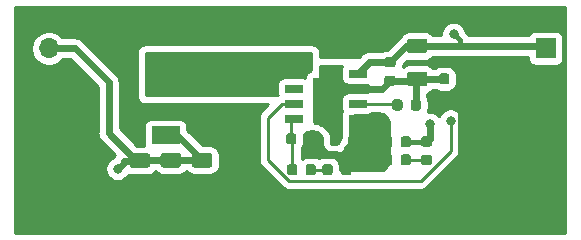
<source format=gbr>
%TF.GenerationSoftware,KiCad,Pcbnew,(5.1.6)-1*%
%TF.CreationDate,2021-05-11T15:15:27+02:00*%
%TF.ProjectId,Buck_Converter,4275636b-5f43-46f6-9e76-65727465722e,rev?*%
%TF.SameCoordinates,Original*%
%TF.FileFunction,Copper,L1,Top*%
%TF.FilePolarity,Positive*%
%FSLAX46Y46*%
G04 Gerber Fmt 4.6, Leading zero omitted, Abs format (unit mm)*
G04 Created by KiCad (PCBNEW (5.1.6)-1) date 2021-05-11 15:15:27*
%MOMM*%
%LPD*%
G01*
G04 APERTURE LIST*
%TA.AperFunction,SMDPad,CuDef*%
%ADD10R,2.300000X2.500000*%
%TD*%
%TA.AperFunction,SMDPad,CuDef*%
%ADD11R,2.200000X3.100000*%
%TD*%
%TA.AperFunction,SMDPad,CuDef*%
%ADD12R,1.525000X0.650000*%
%TD*%
%TA.AperFunction,SMDPad,CuDef*%
%ADD13R,2.400000X1.500000*%
%TD*%
%TA.AperFunction,ComponentPad*%
%ADD14R,1.700000X1.700000*%
%TD*%
%TA.AperFunction,ComponentPad*%
%ADD15O,1.700000X1.700000*%
%TD*%
%TA.AperFunction,ViaPad*%
%ADD16C,0.800000*%
%TD*%
%TA.AperFunction,Conductor*%
%ADD17C,0.600000*%
%TD*%
%TA.AperFunction,Conductor*%
%ADD18C,0.250000*%
%TD*%
%TA.AperFunction,Conductor*%
%ADD19C,0.400000*%
%TD*%
%TA.AperFunction,Conductor*%
%ADD20C,0.254000*%
%TD*%
G04 APERTURE END LIST*
%TO.P,C1,2*%
%TO.N,/VIN*%
%TA.AperFunction,SMDPad,CuDef*%
G36*
G01*
X112605000Y-61845000D02*
X111355000Y-61845000D01*
G75*
G02*
X111105000Y-61595000I0J250000D01*
G01*
X111105000Y-60845000D01*
G75*
G02*
X111355000Y-60595000I250000J0D01*
G01*
X112605000Y-60595000D01*
G75*
G02*
X112855000Y-60845000I0J-250000D01*
G01*
X112855000Y-61595000D01*
G75*
G02*
X112605000Y-61845000I-250000J0D01*
G01*
G37*
%TD.AperFunction*%
%TO.P,C1,1*%
%TO.N,BC_GND*%
%TA.AperFunction,SMDPad,CuDef*%
G36*
G01*
X112605000Y-64645000D02*
X111355000Y-64645000D01*
G75*
G02*
X111105000Y-64395000I0J250000D01*
G01*
X111105000Y-63645000D01*
G75*
G02*
X111355000Y-63395000I250000J0D01*
G01*
X112605000Y-63395000D01*
G75*
G02*
X112855000Y-63645000I0J-250000D01*
G01*
X112855000Y-64395000D01*
G75*
G02*
X112605000Y-64645000I-250000J0D01*
G01*
G37*
%TD.AperFunction*%
%TD*%
%TO.P,C2,2*%
%TO.N,/VIN*%
%TA.AperFunction,SMDPad,CuDef*%
G36*
G01*
X109946250Y-63040000D02*
X109433750Y-63040000D01*
G75*
G02*
X109215000Y-62821250I0J218750D01*
G01*
X109215000Y-62383750D01*
G75*
G02*
X109433750Y-62165000I218750J0D01*
G01*
X109946250Y-62165000D01*
G75*
G02*
X110165000Y-62383750I0J-218750D01*
G01*
X110165000Y-62821250D01*
G75*
G02*
X109946250Y-63040000I-218750J0D01*
G01*
G37*
%TD.AperFunction*%
%TO.P,C2,1*%
%TO.N,BC_GND*%
%TA.AperFunction,SMDPad,CuDef*%
G36*
G01*
X109946250Y-64615000D02*
X109433750Y-64615000D01*
G75*
G02*
X109215000Y-64396250I0J218750D01*
G01*
X109215000Y-63958750D01*
G75*
G02*
X109433750Y-63740000I218750J0D01*
G01*
X109946250Y-63740000D01*
G75*
G02*
X110165000Y-63958750I0J-218750D01*
G01*
X110165000Y-64396250D01*
G75*
G02*
X109946250Y-64615000I-218750J0D01*
G01*
G37*
%TD.AperFunction*%
%TD*%
%TO.P,C3,2*%
%TO.N,Net-(C3-Pad2)*%
%TA.AperFunction,SMDPad,CuDef*%
G36*
G01*
X102458000Y-69344250D02*
X102458000Y-68831750D01*
G75*
G02*
X102676750Y-68613000I218750J0D01*
G01*
X103114250Y-68613000D01*
G75*
G02*
X103333000Y-68831750I0J-218750D01*
G01*
X103333000Y-69344250D01*
G75*
G02*
X103114250Y-69563000I-218750J0D01*
G01*
X102676750Y-69563000D01*
G75*
G02*
X102458000Y-69344250I0J218750D01*
G01*
G37*
%TD.AperFunction*%
%TO.P,C3,1*%
%TO.N,Net-(C3-Pad1)*%
%TA.AperFunction,SMDPad,CuDef*%
G36*
G01*
X100883000Y-69344250D02*
X100883000Y-68831750D01*
G75*
G02*
X101101750Y-68613000I218750J0D01*
G01*
X101539250Y-68613000D01*
G75*
G02*
X101758000Y-68831750I0J-218750D01*
G01*
X101758000Y-69344250D01*
G75*
G02*
X101539250Y-69563000I-218750J0D01*
G01*
X101101750Y-69563000D01*
G75*
G02*
X100883000Y-69344250I0J218750D01*
G01*
G37*
%TD.AperFunction*%
%TD*%
%TO.P,C4,1*%
%TO.N,Net-(C3-Pad1)*%
%TA.AperFunction,SMDPad,CuDef*%
G36*
G01*
X100959200Y-71960450D02*
X100959200Y-71447950D01*
G75*
G02*
X101177950Y-71229200I218750J0D01*
G01*
X101615450Y-71229200D01*
G75*
G02*
X101834200Y-71447950I0J-218750D01*
G01*
X101834200Y-71960450D01*
G75*
G02*
X101615450Y-72179200I-218750J0D01*
G01*
X101177950Y-72179200D01*
G75*
G02*
X100959200Y-71960450I0J218750D01*
G01*
G37*
%TD.AperFunction*%
%TO.P,C4,2*%
%TO.N,Net-(C4-Pad2)*%
%TA.AperFunction,SMDPad,CuDef*%
G36*
G01*
X102534200Y-71960450D02*
X102534200Y-71447950D01*
G75*
G02*
X102752950Y-71229200I218750J0D01*
G01*
X103190450Y-71229200D01*
G75*
G02*
X103409200Y-71447950I0J-218750D01*
G01*
X103409200Y-71960450D01*
G75*
G02*
X103190450Y-72179200I-218750J0D01*
G01*
X102752950Y-72179200D01*
G75*
G02*
X102534200Y-71960450I0J218750D01*
G01*
G37*
%TD.AperFunction*%
%TD*%
%TO.P,C5,1*%
%TO.N,Net-(C3-Pad2)*%
%TA.AperFunction,SMDPad,CuDef*%
G36*
G01*
X109011000Y-71122250D02*
X109011000Y-70609750D01*
G75*
G02*
X109229750Y-70391000I218750J0D01*
G01*
X109667250Y-70391000D01*
G75*
G02*
X109886000Y-70609750I0J-218750D01*
G01*
X109886000Y-71122250D01*
G75*
G02*
X109667250Y-71341000I-218750J0D01*
G01*
X109229750Y-71341000D01*
G75*
G02*
X109011000Y-71122250I0J218750D01*
G01*
G37*
%TD.AperFunction*%
%TO.P,C5,2*%
%TO.N,Net-(C5-Pad2)*%
%TA.AperFunction,SMDPad,CuDef*%
G36*
G01*
X110586000Y-71122250D02*
X110586000Y-70609750D01*
G75*
G02*
X110804750Y-70391000I218750J0D01*
G01*
X111242250Y-70391000D01*
G75*
G02*
X111461000Y-70609750I0J-218750D01*
G01*
X111461000Y-71122250D01*
G75*
G02*
X111242250Y-71341000I-218750J0D01*
G01*
X110804750Y-71341000D01*
G75*
G02*
X110586000Y-71122250I0J218750D01*
G01*
G37*
%TD.AperFunction*%
%TD*%
%TO.P,C6,1*%
%TO.N,GND*%
%TA.AperFunction,SMDPad,CuDef*%
G36*
G01*
X89129000Y-74349000D02*
X87879000Y-74349000D01*
G75*
G02*
X87629000Y-74099000I0J250000D01*
G01*
X87629000Y-73349000D01*
G75*
G02*
X87879000Y-73099000I250000J0D01*
G01*
X89129000Y-73099000D01*
G75*
G02*
X89379000Y-73349000I0J-250000D01*
G01*
X89379000Y-74099000D01*
G75*
G02*
X89129000Y-74349000I-250000J0D01*
G01*
G37*
%TD.AperFunction*%
%TO.P,C6,2*%
%TO.N,/VOUT*%
%TA.AperFunction,SMDPad,CuDef*%
G36*
G01*
X89129000Y-71549000D02*
X87879000Y-71549000D01*
G75*
G02*
X87629000Y-71299000I0J250000D01*
G01*
X87629000Y-70549000D01*
G75*
G02*
X87879000Y-70299000I250000J0D01*
G01*
X89129000Y-70299000D01*
G75*
G02*
X89379000Y-70549000I0J-250000D01*
G01*
X89379000Y-71299000D01*
G75*
G02*
X89129000Y-71549000I-250000J0D01*
G01*
G37*
%TD.AperFunction*%
%TD*%
%TO.P,C7,2*%
%TO.N,/VOUT*%
%TA.AperFunction,SMDPad,CuDef*%
G36*
G01*
X94389000Y-71519000D02*
X93139000Y-71519000D01*
G75*
G02*
X92889000Y-71269000I0J250000D01*
G01*
X92889000Y-70519000D01*
G75*
G02*
X93139000Y-70269000I250000J0D01*
G01*
X94389000Y-70269000D01*
G75*
G02*
X94639000Y-70519000I0J-250000D01*
G01*
X94639000Y-71269000D01*
G75*
G02*
X94389000Y-71519000I-250000J0D01*
G01*
G37*
%TD.AperFunction*%
%TO.P,C7,1*%
%TO.N,GND*%
%TA.AperFunction,SMDPad,CuDef*%
G36*
G01*
X94389000Y-74319000D02*
X93139000Y-74319000D01*
G75*
G02*
X92889000Y-74069000I0J250000D01*
G01*
X92889000Y-73319000D01*
G75*
G02*
X93139000Y-73069000I250000J0D01*
G01*
X94389000Y-73069000D01*
G75*
G02*
X94639000Y-73319000I0J-250000D01*
G01*
X94639000Y-74069000D01*
G75*
G02*
X94389000Y-74319000I-250000J0D01*
G01*
G37*
%TD.AperFunction*%
%TD*%
%TO.P,C8,1*%
%TO.N,GND*%
%TA.AperFunction,SMDPad,CuDef*%
G36*
G01*
X91749000Y-74329000D02*
X90499000Y-74329000D01*
G75*
G02*
X90249000Y-74079000I0J250000D01*
G01*
X90249000Y-73329000D01*
G75*
G02*
X90499000Y-73079000I250000J0D01*
G01*
X91749000Y-73079000D01*
G75*
G02*
X91999000Y-73329000I0J-250000D01*
G01*
X91999000Y-74079000D01*
G75*
G02*
X91749000Y-74329000I-250000J0D01*
G01*
G37*
%TD.AperFunction*%
%TO.P,C8,2*%
%TO.N,/VOUT*%
%TA.AperFunction,SMDPad,CuDef*%
G36*
G01*
X91749000Y-71529000D02*
X90499000Y-71529000D01*
G75*
G02*
X90249000Y-71279000I0J250000D01*
G01*
X90249000Y-70529000D01*
G75*
G02*
X90499000Y-70279000I250000J0D01*
G01*
X91749000Y-70279000D01*
G75*
G02*
X91999000Y-70529000I0J-250000D01*
G01*
X91999000Y-71279000D01*
G75*
G02*
X91749000Y-71529000I-250000J0D01*
G01*
G37*
%TD.AperFunction*%
%TD*%
D10*
%TO.P,D1,2*%
%TO.N,GND*%
X96416000Y-68054000D03*
%TO.P,D1,1*%
%TO.N,Net-(D1-Pad1)*%
X96416000Y-63754000D03*
%TD*%
D11*
%TO.P,IC1,9*%
%TO.N,BC_GND*%
X104230000Y-65470000D03*
D12*
%TO.P,IC1,8*%
%TO.N,/VIN*%
X106942000Y-63565000D03*
%TO.P,IC1,7*%
%TO.N,BC_GND*%
X106942000Y-64835000D03*
%TO.P,IC1,6*%
%TO.N,Net-(IC1-Pad6)*%
X106942000Y-66105000D03*
%TO.P,IC1,5*%
%TO.N,Net-(C3-Pad2)*%
X106942000Y-67375000D03*
%TO.P,IC1,4*%
%TO.N,Net-(C3-Pad1)*%
X101518000Y-67375000D03*
%TO.P,IC1,3*%
%TO.N,/VIN*%
X101518000Y-66105000D03*
%TO.P,IC1,2*%
%TO.N,Net-(IC1-Pad2)*%
X101518000Y-64835000D03*
%TO.P,IC1,1*%
%TO.N,Net-(D1-Pad1)*%
X101518000Y-63565000D03*
%TD*%
D13*
%TO.P,L1,2*%
%TO.N,Net-(D1-Pad1)*%
X90678000Y-63290000D03*
%TO.P,L1,1*%
%TO.N,/VOUT*%
X90678000Y-68790000D03*
%TD*%
%TO.P,R1,2*%
%TO.N,Net-(IC1-Pad6)*%
%TA.AperFunction,SMDPad,CuDef*%
G36*
G01*
X110740000Y-65963750D02*
X110740000Y-66476250D01*
G75*
G02*
X110521250Y-66695000I-218750J0D01*
G01*
X110083750Y-66695000D01*
G75*
G02*
X109865000Y-66476250I0J218750D01*
G01*
X109865000Y-65963750D01*
G75*
G02*
X110083750Y-65745000I218750J0D01*
G01*
X110521250Y-65745000D01*
G75*
G02*
X110740000Y-65963750I0J-218750D01*
G01*
G37*
%TD.AperFunction*%
%TO.P,R1,1*%
%TO.N,BC_GND*%
%TA.AperFunction,SMDPad,CuDef*%
G36*
G01*
X112315000Y-65963750D02*
X112315000Y-66476250D01*
G75*
G02*
X112096250Y-66695000I-218750J0D01*
G01*
X111658750Y-66695000D01*
G75*
G02*
X111440000Y-66476250I0J218750D01*
G01*
X111440000Y-65963750D01*
G75*
G02*
X111658750Y-65745000I218750J0D01*
G01*
X112096250Y-65745000D01*
G75*
G02*
X112315000Y-65963750I0J-218750D01*
G01*
G37*
%TD.AperFunction*%
%TD*%
%TO.P,R2,1*%
%TO.N,Net-(C4-Pad2)*%
%TA.AperFunction,SMDPad,CuDef*%
G36*
G01*
X103956400Y-71960450D02*
X103956400Y-71447950D01*
G75*
G02*
X104175150Y-71229200I218750J0D01*
G01*
X104612650Y-71229200D01*
G75*
G02*
X104831400Y-71447950I0J-218750D01*
G01*
X104831400Y-71960450D01*
G75*
G02*
X104612650Y-72179200I-218750J0D01*
G01*
X104175150Y-72179200D01*
G75*
G02*
X103956400Y-71960450I0J218750D01*
G01*
G37*
%TD.AperFunction*%
%TO.P,R2,2*%
%TO.N,Net-(C3-Pad2)*%
%TA.AperFunction,SMDPad,CuDef*%
G36*
G01*
X105531400Y-71960450D02*
X105531400Y-71447950D01*
G75*
G02*
X105750150Y-71229200I218750J0D01*
G01*
X106187650Y-71229200D01*
G75*
G02*
X106406400Y-71447950I0J-218750D01*
G01*
X106406400Y-71960450D01*
G75*
G02*
X106187650Y-72179200I-218750J0D01*
G01*
X105750150Y-72179200D01*
G75*
G02*
X105531400Y-71960450I0J218750D01*
G01*
G37*
%TD.AperFunction*%
%TD*%
%TO.P,R3,2*%
%TO.N,Net-(C3-Pad2)*%
%TA.AperFunction,SMDPad,CuDef*%
G36*
G01*
X109886000Y-69085750D02*
X109886000Y-69598250D01*
G75*
G02*
X109667250Y-69817000I-218750J0D01*
G01*
X109229750Y-69817000D01*
G75*
G02*
X109011000Y-69598250I0J218750D01*
G01*
X109011000Y-69085750D01*
G75*
G02*
X109229750Y-68867000I218750J0D01*
G01*
X109667250Y-68867000D01*
G75*
G02*
X109886000Y-69085750I0J-218750D01*
G01*
G37*
%TD.AperFunction*%
%TO.P,R3,1*%
%TO.N,/VOUT*%
%TA.AperFunction,SMDPad,CuDef*%
G36*
G01*
X111461000Y-69085750D02*
X111461000Y-69598250D01*
G75*
G02*
X111242250Y-69817000I-218750J0D01*
G01*
X110804750Y-69817000D01*
G75*
G02*
X110586000Y-69598250I0J218750D01*
G01*
X110586000Y-69085750D01*
G75*
G02*
X110804750Y-68867000I218750J0D01*
G01*
X111242250Y-68867000D01*
G75*
G02*
X111461000Y-69085750I0J-218750D01*
G01*
G37*
%TD.AperFunction*%
%TD*%
%TO.P,R5,1*%
%TO.N,/VOUT*%
%TA.AperFunction,SMDPad,CuDef*%
G36*
G01*
X112519750Y-68879000D02*
X113032250Y-68879000D01*
G75*
G02*
X113251000Y-69097750I0J-218750D01*
G01*
X113251000Y-69535250D01*
G75*
G02*
X113032250Y-69754000I-218750J0D01*
G01*
X112519750Y-69754000D01*
G75*
G02*
X112301000Y-69535250I0J218750D01*
G01*
X112301000Y-69097750D01*
G75*
G02*
X112519750Y-68879000I218750J0D01*
G01*
G37*
%TD.AperFunction*%
%TO.P,R5,2*%
%TO.N,Net-(C5-Pad2)*%
%TA.AperFunction,SMDPad,CuDef*%
G36*
G01*
X112519750Y-70454000D02*
X113032250Y-70454000D01*
G75*
G02*
X113251000Y-70672750I0J-218750D01*
G01*
X113251000Y-71110250D01*
G75*
G02*
X113032250Y-71329000I-218750J0D01*
G01*
X112519750Y-71329000D01*
G75*
G02*
X112301000Y-71110250I0J218750D01*
G01*
X112301000Y-70672750D01*
G75*
G02*
X112519750Y-70454000I218750J0D01*
G01*
G37*
%TD.AperFunction*%
%TD*%
%TO.P,R4,1*%
%TO.N,Net-(C3-Pad2)*%
%TA.AperFunction,SMDPad,CuDef*%
G36*
G01*
X107025000Y-68953750D02*
X107025000Y-69466250D01*
G75*
G02*
X106806250Y-69685000I-218750J0D01*
G01*
X106368750Y-69685000D01*
G75*
G02*
X106150000Y-69466250I0J218750D01*
G01*
X106150000Y-68953750D01*
G75*
G02*
X106368750Y-68735000I218750J0D01*
G01*
X106806250Y-68735000D01*
G75*
G02*
X107025000Y-68953750I0J-218750D01*
G01*
G37*
%TD.AperFunction*%
%TO.P,R4,2*%
%TO.N,BC_GND*%
%TA.AperFunction,SMDPad,CuDef*%
G36*
G01*
X105450000Y-68953750D02*
X105450000Y-69466250D01*
G75*
G02*
X105231250Y-69685000I-218750J0D01*
G01*
X104793750Y-69685000D01*
G75*
G02*
X104575000Y-69466250I0J218750D01*
G01*
X104575000Y-68953750D01*
G75*
G02*
X104793750Y-68735000I218750J0D01*
G01*
X105231250Y-68735000D01*
G75*
G02*
X105450000Y-68953750I0J-218750D01*
G01*
G37*
%TD.AperFunction*%
%TD*%
%TO.P,R6,1*%
%TO.N,GND*%
%TA.AperFunction,SMDPad,CuDef*%
G36*
G01*
X116287000Y-63751750D02*
X116287000Y-64264250D01*
G75*
G02*
X116068250Y-64483000I-218750J0D01*
G01*
X115630750Y-64483000D01*
G75*
G02*
X115412000Y-64264250I0J218750D01*
G01*
X115412000Y-63751750D01*
G75*
G02*
X115630750Y-63533000I218750J0D01*
G01*
X116068250Y-63533000D01*
G75*
G02*
X116287000Y-63751750I0J-218750D01*
G01*
G37*
%TD.AperFunction*%
%TO.P,R6,2*%
%TO.N,BC_GND*%
%TA.AperFunction,SMDPad,CuDef*%
G36*
G01*
X114712000Y-63751750D02*
X114712000Y-64264250D01*
G75*
G02*
X114493250Y-64483000I-218750J0D01*
G01*
X114055750Y-64483000D01*
G75*
G02*
X113837000Y-64264250I0J218750D01*
G01*
X113837000Y-63751750D01*
G75*
G02*
X114055750Y-63533000I218750J0D01*
G01*
X114493250Y-63533000D01*
G75*
G02*
X114712000Y-63751750I0J-218750D01*
G01*
G37*
%TD.AperFunction*%
%TD*%
D14*
%TO.P,J1,1*%
%TO.N,/VIN*%
X122859800Y-61429900D03*
D15*
%TO.P,J1,2*%
%TO.N,GND*%
X122859800Y-63969900D03*
%TD*%
%TO.P,J2,2*%
%TO.N,/VOUT*%
X80797400Y-61429900D03*
D14*
%TO.P,J2,1*%
%TO.N,GND*%
X80797400Y-63969900D03*
%TD*%
D16*
%TO.N,/VIN*%
X114810000Y-67540000D03*
X115062000Y-60198000D03*
%TO.N,/VOUT*%
X113030000Y-67818000D03*
X86614000Y-71628000D03*
%TD*%
D17*
%TO.N,GND*%
X93734000Y-73724000D02*
X93764000Y-73694000D01*
X88504000Y-73724000D02*
X93734000Y-73724000D01*
X96416000Y-71042000D02*
X96416000Y-68054000D01*
X93764000Y-73694000D02*
X96416000Y-71042000D01*
X96416000Y-68054000D02*
X96416000Y-71270000D01*
X96416000Y-71270000D02*
X98806000Y-73660000D01*
X98806000Y-73660000D02*
X112776000Y-73660000D01*
X115710001Y-64147499D02*
X115849500Y-64008000D01*
X115710001Y-70725999D02*
X115710001Y-64147499D01*
X112776000Y-73660000D02*
X115710001Y-70725999D01*
X115849500Y-64008000D02*
X117856000Y-64008000D01*
X115849500Y-64008000D02*
X122936000Y-64008000D01*
D18*
%TO.N,/VIN*%
X111980000Y-61220000D02*
X114990000Y-61220000D01*
X114810000Y-67540000D02*
X114810000Y-68105685D01*
D17*
X111072500Y-61220000D02*
X109690000Y-62602500D01*
X111980000Y-61220000D02*
X111072500Y-61220000D01*
X107904500Y-62602500D02*
X106942000Y-63565000D01*
X109690000Y-62602500D02*
X107904500Y-62602500D01*
X122688000Y-61220000D02*
X122936000Y-61468000D01*
X111980000Y-61220000D02*
X122688000Y-61220000D01*
D19*
X115576000Y-60712000D02*
X115062000Y-60198000D01*
X115576000Y-61220000D02*
X115576000Y-60712000D01*
D17*
X115576000Y-61220000D02*
X117850000Y-61220000D01*
X111980000Y-61220000D02*
X115576000Y-61220000D01*
D18*
X100505500Y-66105000D02*
X101518000Y-66105000D01*
X99310000Y-67300500D02*
X100505500Y-66105000D01*
X114810000Y-67540000D02*
X114810000Y-70101494D01*
X114810000Y-70101494D02*
X112267494Y-72644000D01*
X112267494Y-72644000D02*
X101092506Y-72644000D01*
X99310000Y-70861494D02*
X99310000Y-67300500D01*
X101092506Y-72644000D02*
X99310000Y-70861494D01*
D17*
X122649900Y-61220000D02*
X122859800Y-61429900D01*
X111980000Y-61220000D02*
X122649900Y-61220000D01*
D18*
%TO.N,Net-(C3-Pad1)*%
X101320500Y-67572500D02*
X101518000Y-67375000D01*
X101320500Y-69088000D02*
X101320500Y-67572500D01*
X101396700Y-69164200D02*
X101320500Y-69088000D01*
X101396700Y-71704200D02*
X101396700Y-69164200D01*
D19*
%TO.N,Net-(C3-Pad2)*%
X106942000Y-68855500D02*
X106587500Y-69210000D01*
X106942000Y-67375000D02*
X106942000Y-68855500D01*
X105068490Y-70244990D02*
X105943500Y-71120000D01*
X104052490Y-70244990D02*
X105068490Y-70244990D01*
X102895500Y-69088000D02*
X104052490Y-70244990D01*
X105943500Y-69854000D02*
X106587500Y-69210000D01*
X105943500Y-71120000D02*
X105943500Y-69854000D01*
X109316500Y-69210000D02*
X109448500Y-69342000D01*
X106587500Y-69210000D02*
X109316500Y-69210000D01*
X107481500Y-67375000D02*
X109448500Y-69342000D01*
X106942000Y-67375000D02*
X107481500Y-67375000D01*
X109448500Y-69342000D02*
X109448500Y-70866000D01*
X106197500Y-70866000D02*
X105943500Y-71120000D01*
X109448500Y-70866000D02*
X106197500Y-70866000D01*
D18*
%TO.N,Net-(C4-Pad2)*%
X102971700Y-71704200D02*
X104393900Y-71704200D01*
%TO.N,Net-(C5-Pad2)*%
X112750500Y-70866000D02*
X112776000Y-70891500D01*
X111023500Y-70866000D02*
X112750500Y-70866000D01*
D19*
%TO.N,/VOUT*%
X112750500Y-69342000D02*
X112776000Y-69316500D01*
X111023500Y-69342000D02*
X112750500Y-69342000D01*
D17*
X91660000Y-68790000D02*
X93764000Y-70894000D01*
X90678000Y-68790000D02*
X91660000Y-68790000D01*
X88534000Y-70894000D02*
X88504000Y-70924000D01*
X93764000Y-70894000D02*
X88534000Y-70894000D01*
X88504000Y-70924000D02*
X87180000Y-70924000D01*
X88504000Y-70924000D02*
X87318000Y-70924000D01*
X87318000Y-70924000D02*
X86614000Y-71628000D01*
X113030000Y-69062500D02*
X112776000Y-69316500D01*
X113030000Y-67818000D02*
X113030000Y-69062500D01*
X87318000Y-70924000D02*
X87180000Y-70924000D01*
X88504000Y-70622400D02*
X88504000Y-70924000D01*
X88504000Y-70924000D02*
X88196000Y-70924000D01*
X85852000Y-64300100D02*
X82981800Y-61429900D01*
X85852000Y-68580000D02*
X85852000Y-64300100D01*
X88196000Y-70924000D02*
X85852000Y-68580000D01*
X80797400Y-61429900D02*
X82981800Y-61429900D01*
D18*
%TO.N,Net-(IC1-Pad6)*%
X110187500Y-66105000D02*
X110302500Y-66220000D01*
X106942000Y-66105000D02*
X110187500Y-66105000D01*
D17*
%TO.N,BC_GND*%
X111877500Y-64122500D02*
X111980000Y-64020000D01*
X111877500Y-66220000D02*
X111877500Y-64122500D01*
X105012500Y-66252500D02*
X104230000Y-65470000D01*
X105012500Y-69210000D02*
X105012500Y-66252500D01*
X104865000Y-64835000D02*
X106942000Y-64835000D01*
X104230000Y-65470000D02*
X104865000Y-64835000D01*
X109032500Y-64835000D02*
X109690000Y-64177500D01*
X106942000Y-64835000D02*
X109032500Y-64835000D01*
X111822500Y-64177500D02*
X111980000Y-64020000D01*
X109690000Y-64177500D02*
X111822500Y-64177500D01*
X114262500Y-64020000D02*
X114274500Y-64008000D01*
X111980000Y-64020000D02*
X114262500Y-64020000D01*
%TD*%
D20*
%TO.N,Net-(C3-Pad2)*%
G36*
X108898189Y-66946376D02*
G01*
X109061850Y-66996022D01*
X109212672Y-67076638D01*
X109344870Y-67185130D01*
X109453362Y-67317328D01*
X109533978Y-67468150D01*
X109583624Y-67631811D01*
X109601000Y-67808234D01*
X109601000Y-70875766D01*
X109583624Y-71052189D01*
X109533978Y-71215850D01*
X109453362Y-71366672D01*
X109344870Y-71498870D01*
X109212672Y-71607362D01*
X109061850Y-71687978D01*
X108898189Y-71737624D01*
X108721766Y-71755000D01*
X105469472Y-71755000D01*
X105469472Y-71447950D01*
X105453008Y-71280792D01*
X105404250Y-71120058D01*
X105325071Y-70971925D01*
X105218515Y-70842085D01*
X105088675Y-70735529D01*
X104940542Y-70656350D01*
X104779808Y-70607592D01*
X104612650Y-70591128D01*
X104175150Y-70591128D01*
X104007992Y-70607592D01*
X103847258Y-70656350D01*
X103699125Y-70735529D01*
X103682800Y-70748926D01*
X103666475Y-70735529D01*
X103518342Y-70656350D01*
X103357608Y-70607592D01*
X103190450Y-70591128D01*
X102752950Y-70591128D01*
X102585792Y-70607592D01*
X102425058Y-70656350D01*
X102276925Y-70735529D01*
X102235000Y-70769936D01*
X102235000Y-69840589D01*
X102251671Y-69820275D01*
X102330850Y-69672142D01*
X102379608Y-69511408D01*
X102396072Y-69344250D01*
X102396072Y-68831750D01*
X102389080Y-68760762D01*
X102401871Y-68740405D01*
X102522405Y-68619871D01*
X102666729Y-68529186D01*
X102827620Y-68472888D01*
X103004128Y-68453000D01*
X103124854Y-68453000D01*
X103318150Y-68473900D01*
X103495977Y-68533447D01*
X103656969Y-68629632D01*
X103793680Y-68758006D01*
X103899792Y-68912635D01*
X103936928Y-69004014D01*
X103936928Y-69466250D01*
X103953392Y-69633408D01*
X104002150Y-69794142D01*
X104081329Y-69942275D01*
X104187885Y-70072115D01*
X104317725Y-70178671D01*
X104465858Y-70257850D01*
X104626592Y-70306608D01*
X104793750Y-70323072D01*
X105231250Y-70323072D01*
X105398408Y-70306608D01*
X105559142Y-70257850D01*
X105707275Y-70178671D01*
X105837115Y-70072115D01*
X105943671Y-69942275D01*
X105958908Y-69913768D01*
X105987977Y-69883769D01*
X106005652Y-69860768D01*
X106098526Y-69706091D01*
X106110520Y-69679681D01*
X106165875Y-69507966D01*
X106169534Y-69493907D01*
X106277115Y-68956004D01*
X106278963Y-68943611D01*
X106298382Y-68747494D01*
X106299000Y-68734980D01*
X106299000Y-67808234D01*
X106316376Y-67631811D01*
X106366022Y-67468150D01*
X106446638Y-67317328D01*
X106555130Y-67185130D01*
X106687328Y-67076638D01*
X106703354Y-67068072D01*
X107704500Y-67068072D01*
X107828982Y-67055812D01*
X107948680Y-67019502D01*
X108058994Y-66960537D01*
X108097422Y-66929000D01*
X108721766Y-66929000D01*
X108898189Y-66946376D01*
G37*
X108898189Y-66946376D02*
X109061850Y-66996022D01*
X109212672Y-67076638D01*
X109344870Y-67185130D01*
X109453362Y-67317328D01*
X109533978Y-67468150D01*
X109583624Y-67631811D01*
X109601000Y-67808234D01*
X109601000Y-70875766D01*
X109583624Y-71052189D01*
X109533978Y-71215850D01*
X109453362Y-71366672D01*
X109344870Y-71498870D01*
X109212672Y-71607362D01*
X109061850Y-71687978D01*
X108898189Y-71737624D01*
X108721766Y-71755000D01*
X105469472Y-71755000D01*
X105469472Y-71447950D01*
X105453008Y-71280792D01*
X105404250Y-71120058D01*
X105325071Y-70971925D01*
X105218515Y-70842085D01*
X105088675Y-70735529D01*
X104940542Y-70656350D01*
X104779808Y-70607592D01*
X104612650Y-70591128D01*
X104175150Y-70591128D01*
X104007992Y-70607592D01*
X103847258Y-70656350D01*
X103699125Y-70735529D01*
X103682800Y-70748926D01*
X103666475Y-70735529D01*
X103518342Y-70656350D01*
X103357608Y-70607592D01*
X103190450Y-70591128D01*
X102752950Y-70591128D01*
X102585792Y-70607592D01*
X102425058Y-70656350D01*
X102276925Y-70735529D01*
X102235000Y-70769936D01*
X102235000Y-69840589D01*
X102251671Y-69820275D01*
X102330850Y-69672142D01*
X102379608Y-69511408D01*
X102396072Y-69344250D01*
X102396072Y-68831750D01*
X102389080Y-68760762D01*
X102401871Y-68740405D01*
X102522405Y-68619871D01*
X102666729Y-68529186D01*
X102827620Y-68472888D01*
X103004128Y-68453000D01*
X103124854Y-68453000D01*
X103318150Y-68473900D01*
X103495977Y-68533447D01*
X103656969Y-68629632D01*
X103793680Y-68758006D01*
X103899792Y-68912635D01*
X103936928Y-69004014D01*
X103936928Y-69466250D01*
X103953392Y-69633408D01*
X104002150Y-69794142D01*
X104081329Y-69942275D01*
X104187885Y-70072115D01*
X104317725Y-70178671D01*
X104465858Y-70257850D01*
X104626592Y-70306608D01*
X104793750Y-70323072D01*
X105231250Y-70323072D01*
X105398408Y-70306608D01*
X105559142Y-70257850D01*
X105707275Y-70178671D01*
X105837115Y-70072115D01*
X105943671Y-69942275D01*
X105958908Y-69913768D01*
X105987977Y-69883769D01*
X106005652Y-69860768D01*
X106098526Y-69706091D01*
X106110520Y-69679681D01*
X106165875Y-69507966D01*
X106169534Y-69493907D01*
X106277115Y-68956004D01*
X106278963Y-68943611D01*
X106298382Y-68747494D01*
X106299000Y-68734980D01*
X106299000Y-67808234D01*
X106316376Y-67631811D01*
X106366022Y-67468150D01*
X106446638Y-67317328D01*
X106555130Y-67185130D01*
X106687328Y-67076638D01*
X106703354Y-67068072D01*
X107704500Y-67068072D01*
X107828982Y-67055812D01*
X107948680Y-67019502D01*
X108058994Y-66960537D01*
X108097422Y-66929000D01*
X108721766Y-66929000D01*
X108898189Y-66946376D01*
%TO.N,Net-(D1-Pad1)*%
G36*
X102997000Y-63296772D02*
G01*
X102885820Y-63330498D01*
X102775506Y-63389463D01*
X102678815Y-63468815D01*
X102599463Y-63565506D01*
X102540498Y-63675820D01*
X102504188Y-63795518D01*
X102492830Y-63910837D01*
X102404982Y-63884188D01*
X102280500Y-63871928D01*
X100755500Y-63871928D01*
X100631018Y-63884188D01*
X100511320Y-63920498D01*
X100401006Y-63979463D01*
X100304315Y-64058815D01*
X100224963Y-64155506D01*
X100165998Y-64265820D01*
X100129688Y-64385518D01*
X100117428Y-64510000D01*
X100117428Y-65160000D01*
X100129688Y-65284482D01*
X100165998Y-65404180D01*
X100166436Y-65405000D01*
X89027000Y-65405000D01*
X89027000Y-61849000D01*
X102997000Y-61849000D01*
X102997000Y-63296772D01*
G37*
X102997000Y-63296772D02*
X102885820Y-63330498D01*
X102775506Y-63389463D01*
X102678815Y-63468815D01*
X102599463Y-63565506D01*
X102540498Y-63675820D01*
X102504188Y-63795518D01*
X102492830Y-63910837D01*
X102404982Y-63884188D01*
X102280500Y-63871928D01*
X100755500Y-63871928D01*
X100631018Y-63884188D01*
X100511320Y-63920498D01*
X100401006Y-63979463D01*
X100304315Y-64058815D01*
X100224963Y-64155506D01*
X100165998Y-64265820D01*
X100129688Y-64385518D01*
X100117428Y-64510000D01*
X100117428Y-65160000D01*
X100129688Y-65284482D01*
X100165998Y-65404180D01*
X100166436Y-65405000D01*
X89027000Y-65405000D01*
X89027000Y-61849000D01*
X102997000Y-61849000D01*
X102997000Y-63296772D01*
%TO.N,GND*%
G36*
X124540000Y-77040000D02*
G01*
X77960000Y-77040000D01*
X77960000Y-61283640D01*
X79312400Y-61283640D01*
X79312400Y-61576160D01*
X79369468Y-61863058D01*
X79481410Y-62133311D01*
X79643925Y-62376532D01*
X79850768Y-62583375D01*
X80093989Y-62745890D01*
X80364242Y-62857832D01*
X80651140Y-62914900D01*
X80943660Y-62914900D01*
X81230558Y-62857832D01*
X81500811Y-62745890D01*
X81744032Y-62583375D01*
X81950875Y-62376532D01*
X81958647Y-62364900D01*
X82594511Y-62364900D01*
X84917001Y-64687390D01*
X84917000Y-68534068D01*
X84912476Y-68580000D01*
X84928300Y-68740659D01*
X84930529Y-68763291D01*
X84983993Y-68939539D01*
X85070814Y-69101971D01*
X85187656Y-69244344D01*
X85223341Y-69273630D01*
X86382417Y-70432706D01*
X86311993Y-70564460D01*
X86293157Y-70626553D01*
X86269142Y-70650569D01*
X86123744Y-70710795D01*
X85954226Y-70824063D01*
X85810063Y-70968226D01*
X85696795Y-71137744D01*
X85618774Y-71326102D01*
X85579000Y-71526061D01*
X85579000Y-71729939D01*
X85618774Y-71929898D01*
X85696795Y-72118256D01*
X85810063Y-72287774D01*
X85954226Y-72431937D01*
X86123744Y-72545205D01*
X86312102Y-72623226D01*
X86512061Y-72663000D01*
X86715939Y-72663000D01*
X86915898Y-72623226D01*
X87104256Y-72545205D01*
X87273774Y-72431937D01*
X87417937Y-72287774D01*
X87531205Y-72118256D01*
X87532233Y-72115775D01*
X87539150Y-72119472D01*
X87705746Y-72170008D01*
X87879000Y-72187072D01*
X89129000Y-72187072D01*
X89302254Y-72170008D01*
X89468850Y-72119472D01*
X89622386Y-72037405D01*
X89756962Y-71926962D01*
X89822207Y-71847461D01*
X89871038Y-71906962D01*
X90005614Y-72017405D01*
X90159150Y-72099472D01*
X90325746Y-72150008D01*
X90499000Y-72167072D01*
X91749000Y-72167072D01*
X91922254Y-72150008D01*
X92088850Y-72099472D01*
X92242386Y-72017405D01*
X92376962Y-71906962D01*
X92440943Y-71829000D01*
X92455263Y-71829000D01*
X92511038Y-71896962D01*
X92645614Y-72007405D01*
X92799150Y-72089472D01*
X92965746Y-72140008D01*
X93139000Y-72157072D01*
X94389000Y-72157072D01*
X94562254Y-72140008D01*
X94728850Y-72089472D01*
X94882386Y-72007405D01*
X95016962Y-71896962D01*
X95127405Y-71762386D01*
X95209472Y-71608850D01*
X95260008Y-71442254D01*
X95277072Y-71269000D01*
X95277072Y-70519000D01*
X95260008Y-70345746D01*
X95209472Y-70179150D01*
X95127405Y-70025614D01*
X95016962Y-69891038D01*
X94882386Y-69780595D01*
X94728850Y-69698528D01*
X94562254Y-69647992D01*
X94389000Y-69630928D01*
X93823218Y-69630928D01*
X92516072Y-68323783D01*
X92516072Y-68040000D01*
X92503812Y-67915518D01*
X92467502Y-67795820D01*
X92408537Y-67685506D01*
X92329185Y-67588815D01*
X92232494Y-67509463D01*
X92122180Y-67450498D01*
X92002482Y-67414188D01*
X91878000Y-67401928D01*
X89478000Y-67401928D01*
X89353518Y-67414188D01*
X89233820Y-67450498D01*
X89123506Y-67509463D01*
X89026815Y-67588815D01*
X88947463Y-67685506D01*
X88888498Y-67795820D01*
X88852188Y-67915518D01*
X88839928Y-68040000D01*
X88839928Y-69540000D01*
X88851838Y-69660928D01*
X88255217Y-69660928D01*
X86787000Y-68192711D01*
X86787000Y-64346035D01*
X86791524Y-64300100D01*
X86773472Y-64116808D01*
X86728025Y-63966993D01*
X86720007Y-63940560D01*
X86633186Y-63778128D01*
X86516344Y-63635756D01*
X86480659Y-63606470D01*
X84596189Y-61722000D01*
X88265000Y-61722000D01*
X88265000Y-65532000D01*
X88277201Y-65655882D01*
X88313336Y-65775004D01*
X88372017Y-65884787D01*
X88450987Y-65981013D01*
X88547213Y-66059983D01*
X88656996Y-66118664D01*
X88776118Y-66154799D01*
X88900000Y-66167000D01*
X99368699Y-66167000D01*
X98798998Y-66736701D01*
X98770000Y-66760499D01*
X98746202Y-66789497D01*
X98746201Y-66789498D01*
X98675026Y-66876224D01*
X98604454Y-67008254D01*
X98581856Y-67082754D01*
X98560998Y-67151514D01*
X98555108Y-67211312D01*
X98546324Y-67300500D01*
X98550001Y-67337832D01*
X98550000Y-70824171D01*
X98546324Y-70861494D01*
X98550000Y-70898816D01*
X98550000Y-70898826D01*
X98560997Y-71010479D01*
X98604454Y-71153740D01*
X98675026Y-71285770D01*
X98685884Y-71299000D01*
X98769999Y-71401495D01*
X98799003Y-71425298D01*
X100528707Y-73155003D01*
X100552505Y-73184001D01*
X100668230Y-73278974D01*
X100800259Y-73349546D01*
X100943520Y-73393003D01*
X101055173Y-73404000D01*
X101055182Y-73404000D01*
X101092505Y-73407676D01*
X101129828Y-73404000D01*
X112230172Y-73404000D01*
X112267494Y-73407676D01*
X112304816Y-73404000D01*
X112304827Y-73404000D01*
X112416480Y-73393003D01*
X112559741Y-73349546D01*
X112691770Y-73278974D01*
X112807495Y-73184001D01*
X112831298Y-73154997D01*
X115321008Y-70665289D01*
X115350001Y-70641495D01*
X115373795Y-70612502D01*
X115373799Y-70612498D01*
X115444973Y-70525771D01*
X115444974Y-70525770D01*
X115515546Y-70393741D01*
X115559003Y-70250480D01*
X115570000Y-70138827D01*
X115570000Y-70138818D01*
X115573676Y-70101495D01*
X115570000Y-70064172D01*
X115570000Y-68243711D01*
X115613937Y-68199774D01*
X115727205Y-68030256D01*
X115805226Y-67841898D01*
X115845000Y-67641939D01*
X115845000Y-67438061D01*
X115805226Y-67238102D01*
X115727205Y-67049744D01*
X115613937Y-66880226D01*
X115469774Y-66736063D01*
X115300256Y-66622795D01*
X115111898Y-66544774D01*
X114911939Y-66505000D01*
X114708061Y-66505000D01*
X114508102Y-66544774D01*
X114319744Y-66622795D01*
X114150226Y-66736063D01*
X114006063Y-66880226D01*
X113892795Y-67049744D01*
X113842532Y-67171089D01*
X113833937Y-67158226D01*
X113689774Y-67014063D01*
X113520256Y-66900795D01*
X113331898Y-66822774D01*
X113131939Y-66783000D01*
X112928061Y-66783000D01*
X112892093Y-66790154D01*
X112936608Y-66643408D01*
X112953072Y-66476250D01*
X112953072Y-65963750D01*
X112936608Y-65796592D01*
X112887850Y-65635858D01*
X112812500Y-65494889D01*
X112812500Y-65255620D01*
X112944850Y-65215472D01*
X113098386Y-65133405D01*
X113232962Y-65022962D01*
X113288737Y-64955000D01*
X113553319Y-64955000D01*
X113579725Y-64976671D01*
X113727858Y-65055850D01*
X113888592Y-65104608D01*
X114055750Y-65121072D01*
X114493250Y-65121072D01*
X114660408Y-65104608D01*
X114821142Y-65055850D01*
X114969275Y-64976671D01*
X115099115Y-64870115D01*
X115205671Y-64740275D01*
X115284850Y-64592142D01*
X115333608Y-64431408D01*
X115350072Y-64264250D01*
X115350072Y-63751750D01*
X115333608Y-63584592D01*
X115284850Y-63423858D01*
X115205671Y-63275725D01*
X115099115Y-63145885D01*
X114969275Y-63039329D01*
X114821142Y-62960150D01*
X114660408Y-62911392D01*
X114493250Y-62894928D01*
X114055750Y-62894928D01*
X113888592Y-62911392D01*
X113727858Y-62960150D01*
X113579725Y-63039329D01*
X113524074Y-63085000D01*
X113288737Y-63085000D01*
X113232962Y-63017038D01*
X113098386Y-62906595D01*
X112944850Y-62824528D01*
X112778254Y-62773992D01*
X112605000Y-62756928D01*
X111355000Y-62756928D01*
X111181746Y-62773992D01*
X111015150Y-62824528D01*
X110861614Y-62906595D01*
X110788779Y-62966369D01*
X110803072Y-62821250D01*
X110803072Y-62811717D01*
X111156454Y-62458336D01*
X111181746Y-62466008D01*
X111355000Y-62483072D01*
X112605000Y-62483072D01*
X112778254Y-62466008D01*
X112944850Y-62415472D01*
X113098386Y-62333405D01*
X113232962Y-62222962D01*
X113288737Y-62155000D01*
X121371728Y-62155000D01*
X121371728Y-62279900D01*
X121383988Y-62404382D01*
X121420298Y-62524080D01*
X121479263Y-62634394D01*
X121558615Y-62731085D01*
X121655306Y-62810437D01*
X121765620Y-62869402D01*
X121885318Y-62905712D01*
X122009800Y-62917972D01*
X123709800Y-62917972D01*
X123834282Y-62905712D01*
X123953980Y-62869402D01*
X124064294Y-62810437D01*
X124160985Y-62731085D01*
X124240337Y-62634394D01*
X124299302Y-62524080D01*
X124335612Y-62404382D01*
X124347872Y-62279900D01*
X124347872Y-60579900D01*
X124335612Y-60455418D01*
X124299302Y-60335720D01*
X124240337Y-60225406D01*
X124160985Y-60128715D01*
X124064294Y-60049363D01*
X123953980Y-59990398D01*
X123834282Y-59954088D01*
X123709800Y-59941828D01*
X122009800Y-59941828D01*
X121885318Y-59954088D01*
X121765620Y-59990398D01*
X121655306Y-60049363D01*
X121558615Y-60128715D01*
X121479263Y-60225406D01*
X121447409Y-60285000D01*
X116294560Y-60285000D01*
X116273636Y-60245854D01*
X116169291Y-60118709D01*
X116137426Y-60092558D01*
X116086092Y-60041225D01*
X116057226Y-59896102D01*
X115979205Y-59707744D01*
X115865937Y-59538226D01*
X115721774Y-59394063D01*
X115552256Y-59280795D01*
X115363898Y-59202774D01*
X115163939Y-59163000D01*
X114960061Y-59163000D01*
X114760102Y-59202774D01*
X114571744Y-59280795D01*
X114402226Y-59394063D01*
X114258063Y-59538226D01*
X114144795Y-59707744D01*
X114066774Y-59896102D01*
X114027000Y-60096061D01*
X114027000Y-60285000D01*
X113288737Y-60285000D01*
X113232962Y-60217038D01*
X113098386Y-60106595D01*
X112944850Y-60024528D01*
X112778254Y-59973992D01*
X112605000Y-59956928D01*
X111355000Y-59956928D01*
X111181746Y-59973992D01*
X111015150Y-60024528D01*
X110861614Y-60106595D01*
X110727038Y-60217038D01*
X110616595Y-60351614D01*
X110577768Y-60424254D01*
X110550528Y-60438814D01*
X110408156Y-60555656D01*
X110378874Y-60591336D01*
X109443283Y-61526928D01*
X109433750Y-61526928D01*
X109266592Y-61543392D01*
X109105858Y-61592150D01*
X108964889Y-61667500D01*
X107950435Y-61667500D01*
X107904500Y-61662976D01*
X107721208Y-61681028D01*
X107544959Y-61734493D01*
X107497237Y-61760001D01*
X107382528Y-61821314D01*
X107240156Y-61938156D01*
X107210870Y-61973841D01*
X107028571Y-62156140D01*
X103759000Y-62164813D01*
X103759000Y-61722000D01*
X103746799Y-61598118D01*
X103710664Y-61478996D01*
X103651983Y-61369213D01*
X103573013Y-61272987D01*
X103476787Y-61194017D01*
X103367004Y-61135336D01*
X103247882Y-61099201D01*
X103124000Y-61087000D01*
X88900000Y-61087000D01*
X88776118Y-61099201D01*
X88656996Y-61135336D01*
X88547213Y-61194017D01*
X88450987Y-61272987D01*
X88372017Y-61369213D01*
X88313336Y-61478996D01*
X88277201Y-61598118D01*
X88265000Y-61722000D01*
X84596189Y-61722000D01*
X83675430Y-60801241D01*
X83646144Y-60765556D01*
X83503772Y-60648714D01*
X83341340Y-60561893D01*
X83165092Y-60508429D01*
X83027732Y-60494900D01*
X82981800Y-60490376D01*
X82935868Y-60494900D01*
X81958647Y-60494900D01*
X81950875Y-60483268D01*
X81744032Y-60276425D01*
X81500811Y-60113910D01*
X81230558Y-60001968D01*
X80943660Y-59944900D01*
X80651140Y-59944900D01*
X80364242Y-60001968D01*
X80093989Y-60113910D01*
X79850768Y-60276425D01*
X79643925Y-60483268D01*
X79481410Y-60726489D01*
X79369468Y-60996742D01*
X79312400Y-61283640D01*
X77960000Y-61283640D01*
X77960000Y-57960000D01*
X124540001Y-57960000D01*
X124540000Y-77040000D01*
G37*
X124540000Y-77040000D02*
X77960000Y-77040000D01*
X77960000Y-61283640D01*
X79312400Y-61283640D01*
X79312400Y-61576160D01*
X79369468Y-61863058D01*
X79481410Y-62133311D01*
X79643925Y-62376532D01*
X79850768Y-62583375D01*
X80093989Y-62745890D01*
X80364242Y-62857832D01*
X80651140Y-62914900D01*
X80943660Y-62914900D01*
X81230558Y-62857832D01*
X81500811Y-62745890D01*
X81744032Y-62583375D01*
X81950875Y-62376532D01*
X81958647Y-62364900D01*
X82594511Y-62364900D01*
X84917001Y-64687390D01*
X84917000Y-68534068D01*
X84912476Y-68580000D01*
X84928300Y-68740659D01*
X84930529Y-68763291D01*
X84983993Y-68939539D01*
X85070814Y-69101971D01*
X85187656Y-69244344D01*
X85223341Y-69273630D01*
X86382417Y-70432706D01*
X86311993Y-70564460D01*
X86293157Y-70626553D01*
X86269142Y-70650569D01*
X86123744Y-70710795D01*
X85954226Y-70824063D01*
X85810063Y-70968226D01*
X85696795Y-71137744D01*
X85618774Y-71326102D01*
X85579000Y-71526061D01*
X85579000Y-71729939D01*
X85618774Y-71929898D01*
X85696795Y-72118256D01*
X85810063Y-72287774D01*
X85954226Y-72431937D01*
X86123744Y-72545205D01*
X86312102Y-72623226D01*
X86512061Y-72663000D01*
X86715939Y-72663000D01*
X86915898Y-72623226D01*
X87104256Y-72545205D01*
X87273774Y-72431937D01*
X87417937Y-72287774D01*
X87531205Y-72118256D01*
X87532233Y-72115775D01*
X87539150Y-72119472D01*
X87705746Y-72170008D01*
X87879000Y-72187072D01*
X89129000Y-72187072D01*
X89302254Y-72170008D01*
X89468850Y-72119472D01*
X89622386Y-72037405D01*
X89756962Y-71926962D01*
X89822207Y-71847461D01*
X89871038Y-71906962D01*
X90005614Y-72017405D01*
X90159150Y-72099472D01*
X90325746Y-72150008D01*
X90499000Y-72167072D01*
X91749000Y-72167072D01*
X91922254Y-72150008D01*
X92088850Y-72099472D01*
X92242386Y-72017405D01*
X92376962Y-71906962D01*
X92440943Y-71829000D01*
X92455263Y-71829000D01*
X92511038Y-71896962D01*
X92645614Y-72007405D01*
X92799150Y-72089472D01*
X92965746Y-72140008D01*
X93139000Y-72157072D01*
X94389000Y-72157072D01*
X94562254Y-72140008D01*
X94728850Y-72089472D01*
X94882386Y-72007405D01*
X95016962Y-71896962D01*
X95127405Y-71762386D01*
X95209472Y-71608850D01*
X95260008Y-71442254D01*
X95277072Y-71269000D01*
X95277072Y-70519000D01*
X95260008Y-70345746D01*
X95209472Y-70179150D01*
X95127405Y-70025614D01*
X95016962Y-69891038D01*
X94882386Y-69780595D01*
X94728850Y-69698528D01*
X94562254Y-69647992D01*
X94389000Y-69630928D01*
X93823218Y-69630928D01*
X92516072Y-68323783D01*
X92516072Y-68040000D01*
X92503812Y-67915518D01*
X92467502Y-67795820D01*
X92408537Y-67685506D01*
X92329185Y-67588815D01*
X92232494Y-67509463D01*
X92122180Y-67450498D01*
X92002482Y-67414188D01*
X91878000Y-67401928D01*
X89478000Y-67401928D01*
X89353518Y-67414188D01*
X89233820Y-67450498D01*
X89123506Y-67509463D01*
X89026815Y-67588815D01*
X88947463Y-67685506D01*
X88888498Y-67795820D01*
X88852188Y-67915518D01*
X88839928Y-68040000D01*
X88839928Y-69540000D01*
X88851838Y-69660928D01*
X88255217Y-69660928D01*
X86787000Y-68192711D01*
X86787000Y-64346035D01*
X86791524Y-64300100D01*
X86773472Y-64116808D01*
X86728025Y-63966993D01*
X86720007Y-63940560D01*
X86633186Y-63778128D01*
X86516344Y-63635756D01*
X86480659Y-63606470D01*
X84596189Y-61722000D01*
X88265000Y-61722000D01*
X88265000Y-65532000D01*
X88277201Y-65655882D01*
X88313336Y-65775004D01*
X88372017Y-65884787D01*
X88450987Y-65981013D01*
X88547213Y-66059983D01*
X88656996Y-66118664D01*
X88776118Y-66154799D01*
X88900000Y-66167000D01*
X99368699Y-66167000D01*
X98798998Y-66736701D01*
X98770000Y-66760499D01*
X98746202Y-66789497D01*
X98746201Y-66789498D01*
X98675026Y-66876224D01*
X98604454Y-67008254D01*
X98581856Y-67082754D01*
X98560998Y-67151514D01*
X98555108Y-67211312D01*
X98546324Y-67300500D01*
X98550001Y-67337832D01*
X98550000Y-70824171D01*
X98546324Y-70861494D01*
X98550000Y-70898816D01*
X98550000Y-70898826D01*
X98560997Y-71010479D01*
X98604454Y-71153740D01*
X98675026Y-71285770D01*
X98685884Y-71299000D01*
X98769999Y-71401495D01*
X98799003Y-71425298D01*
X100528707Y-73155003D01*
X100552505Y-73184001D01*
X100668230Y-73278974D01*
X100800259Y-73349546D01*
X100943520Y-73393003D01*
X101055173Y-73404000D01*
X101055182Y-73404000D01*
X101092505Y-73407676D01*
X101129828Y-73404000D01*
X112230172Y-73404000D01*
X112267494Y-73407676D01*
X112304816Y-73404000D01*
X112304827Y-73404000D01*
X112416480Y-73393003D01*
X112559741Y-73349546D01*
X112691770Y-73278974D01*
X112807495Y-73184001D01*
X112831298Y-73154997D01*
X115321008Y-70665289D01*
X115350001Y-70641495D01*
X115373795Y-70612502D01*
X115373799Y-70612498D01*
X115444973Y-70525771D01*
X115444974Y-70525770D01*
X115515546Y-70393741D01*
X115559003Y-70250480D01*
X115570000Y-70138827D01*
X115570000Y-70138818D01*
X115573676Y-70101495D01*
X115570000Y-70064172D01*
X115570000Y-68243711D01*
X115613937Y-68199774D01*
X115727205Y-68030256D01*
X115805226Y-67841898D01*
X115845000Y-67641939D01*
X115845000Y-67438061D01*
X115805226Y-67238102D01*
X115727205Y-67049744D01*
X115613937Y-66880226D01*
X115469774Y-66736063D01*
X115300256Y-66622795D01*
X115111898Y-66544774D01*
X114911939Y-66505000D01*
X114708061Y-66505000D01*
X114508102Y-66544774D01*
X114319744Y-66622795D01*
X114150226Y-66736063D01*
X114006063Y-66880226D01*
X113892795Y-67049744D01*
X113842532Y-67171089D01*
X113833937Y-67158226D01*
X113689774Y-67014063D01*
X113520256Y-66900795D01*
X113331898Y-66822774D01*
X113131939Y-66783000D01*
X112928061Y-66783000D01*
X112892093Y-66790154D01*
X112936608Y-66643408D01*
X112953072Y-66476250D01*
X112953072Y-65963750D01*
X112936608Y-65796592D01*
X112887850Y-65635858D01*
X112812500Y-65494889D01*
X112812500Y-65255620D01*
X112944850Y-65215472D01*
X113098386Y-65133405D01*
X113232962Y-65022962D01*
X113288737Y-64955000D01*
X113553319Y-64955000D01*
X113579725Y-64976671D01*
X113727858Y-65055850D01*
X113888592Y-65104608D01*
X114055750Y-65121072D01*
X114493250Y-65121072D01*
X114660408Y-65104608D01*
X114821142Y-65055850D01*
X114969275Y-64976671D01*
X115099115Y-64870115D01*
X115205671Y-64740275D01*
X115284850Y-64592142D01*
X115333608Y-64431408D01*
X115350072Y-64264250D01*
X115350072Y-63751750D01*
X115333608Y-63584592D01*
X115284850Y-63423858D01*
X115205671Y-63275725D01*
X115099115Y-63145885D01*
X114969275Y-63039329D01*
X114821142Y-62960150D01*
X114660408Y-62911392D01*
X114493250Y-62894928D01*
X114055750Y-62894928D01*
X113888592Y-62911392D01*
X113727858Y-62960150D01*
X113579725Y-63039329D01*
X113524074Y-63085000D01*
X113288737Y-63085000D01*
X113232962Y-63017038D01*
X113098386Y-62906595D01*
X112944850Y-62824528D01*
X112778254Y-62773992D01*
X112605000Y-62756928D01*
X111355000Y-62756928D01*
X111181746Y-62773992D01*
X111015150Y-62824528D01*
X110861614Y-62906595D01*
X110788779Y-62966369D01*
X110803072Y-62821250D01*
X110803072Y-62811717D01*
X111156454Y-62458336D01*
X111181746Y-62466008D01*
X111355000Y-62483072D01*
X112605000Y-62483072D01*
X112778254Y-62466008D01*
X112944850Y-62415472D01*
X113098386Y-62333405D01*
X113232962Y-62222962D01*
X113288737Y-62155000D01*
X121371728Y-62155000D01*
X121371728Y-62279900D01*
X121383988Y-62404382D01*
X121420298Y-62524080D01*
X121479263Y-62634394D01*
X121558615Y-62731085D01*
X121655306Y-62810437D01*
X121765620Y-62869402D01*
X121885318Y-62905712D01*
X122009800Y-62917972D01*
X123709800Y-62917972D01*
X123834282Y-62905712D01*
X123953980Y-62869402D01*
X124064294Y-62810437D01*
X124160985Y-62731085D01*
X124240337Y-62634394D01*
X124299302Y-62524080D01*
X124335612Y-62404382D01*
X124347872Y-62279900D01*
X124347872Y-60579900D01*
X124335612Y-60455418D01*
X124299302Y-60335720D01*
X124240337Y-60225406D01*
X124160985Y-60128715D01*
X124064294Y-60049363D01*
X123953980Y-59990398D01*
X123834282Y-59954088D01*
X123709800Y-59941828D01*
X122009800Y-59941828D01*
X121885318Y-59954088D01*
X121765620Y-59990398D01*
X121655306Y-60049363D01*
X121558615Y-60128715D01*
X121479263Y-60225406D01*
X121447409Y-60285000D01*
X116294560Y-60285000D01*
X116273636Y-60245854D01*
X116169291Y-60118709D01*
X116137426Y-60092558D01*
X116086092Y-60041225D01*
X116057226Y-59896102D01*
X115979205Y-59707744D01*
X115865937Y-59538226D01*
X115721774Y-59394063D01*
X115552256Y-59280795D01*
X115363898Y-59202774D01*
X115163939Y-59163000D01*
X114960061Y-59163000D01*
X114760102Y-59202774D01*
X114571744Y-59280795D01*
X114402226Y-59394063D01*
X114258063Y-59538226D01*
X114144795Y-59707744D01*
X114066774Y-59896102D01*
X114027000Y-60096061D01*
X114027000Y-60285000D01*
X113288737Y-60285000D01*
X113232962Y-60217038D01*
X113098386Y-60106595D01*
X112944850Y-60024528D01*
X112778254Y-59973992D01*
X112605000Y-59956928D01*
X111355000Y-59956928D01*
X111181746Y-59973992D01*
X111015150Y-60024528D01*
X110861614Y-60106595D01*
X110727038Y-60217038D01*
X110616595Y-60351614D01*
X110577768Y-60424254D01*
X110550528Y-60438814D01*
X110408156Y-60555656D01*
X110378874Y-60591336D01*
X109443283Y-61526928D01*
X109433750Y-61526928D01*
X109266592Y-61543392D01*
X109105858Y-61592150D01*
X108964889Y-61667500D01*
X107950435Y-61667500D01*
X107904500Y-61662976D01*
X107721208Y-61681028D01*
X107544959Y-61734493D01*
X107497237Y-61760001D01*
X107382528Y-61821314D01*
X107240156Y-61938156D01*
X107210870Y-61973841D01*
X107028571Y-62156140D01*
X103759000Y-62164813D01*
X103759000Y-61722000D01*
X103746799Y-61598118D01*
X103710664Y-61478996D01*
X103651983Y-61369213D01*
X103573013Y-61272987D01*
X103476787Y-61194017D01*
X103367004Y-61135336D01*
X103247882Y-61099201D01*
X103124000Y-61087000D01*
X88900000Y-61087000D01*
X88776118Y-61099201D01*
X88656996Y-61135336D01*
X88547213Y-61194017D01*
X88450987Y-61272987D01*
X88372017Y-61369213D01*
X88313336Y-61478996D01*
X88277201Y-61598118D01*
X88265000Y-61722000D01*
X84596189Y-61722000D01*
X83675430Y-60801241D01*
X83646144Y-60765556D01*
X83503772Y-60648714D01*
X83341340Y-60561893D01*
X83165092Y-60508429D01*
X83027732Y-60494900D01*
X82981800Y-60490376D01*
X82935868Y-60494900D01*
X81958647Y-60494900D01*
X81950875Y-60483268D01*
X81744032Y-60276425D01*
X81500811Y-60113910D01*
X81230558Y-60001968D01*
X80943660Y-59944900D01*
X80651140Y-59944900D01*
X80364242Y-60001968D01*
X80093989Y-60113910D01*
X79850768Y-60276425D01*
X79643925Y-60483268D01*
X79481410Y-60726489D01*
X79369468Y-60996742D01*
X79312400Y-61283640D01*
X77960000Y-61283640D01*
X77960000Y-57960000D01*
X124540001Y-57960000D01*
X124540000Y-77040000D01*
%TO.N,BC_GND*%
G36*
X105589998Y-62995820D02*
G01*
X105553688Y-63115518D01*
X105541428Y-63240000D01*
X105541428Y-63890000D01*
X105553688Y-64014482D01*
X105589998Y-64134180D01*
X105648963Y-64244494D01*
X105728315Y-64341185D01*
X105825006Y-64420537D01*
X105935320Y-64479502D01*
X106055018Y-64515812D01*
X106179500Y-64528072D01*
X107704500Y-64528072D01*
X107790501Y-64519602D01*
X107792543Y-65150599D01*
X107704500Y-65141928D01*
X106179500Y-65141928D01*
X106055018Y-65154188D01*
X105935320Y-65190498D01*
X105825006Y-65249463D01*
X105728315Y-65328815D01*
X105648963Y-65425506D01*
X105589998Y-65535820D01*
X105553688Y-65655518D01*
X105541428Y-65780000D01*
X105541428Y-66430000D01*
X105553688Y-66554482D01*
X105589998Y-66674180D01*
X105625180Y-66740000D01*
X105589998Y-66805820D01*
X105553688Y-66925518D01*
X105541428Y-67050000D01*
X105541428Y-67700000D01*
X105542701Y-67712925D01*
X105540058Y-67739758D01*
X105537000Y-67802000D01*
X105537000Y-68703617D01*
X105528973Y-68784675D01*
X105528392Y-68786592D01*
X105523042Y-68840910D01*
X105459872Y-69156760D01*
X105382073Y-69234559D01*
X105350210Y-69260709D01*
X105285739Y-69339267D01*
X105245864Y-69387855D01*
X105227805Y-69421641D01*
X105109509Y-69409990D01*
X105109508Y-69409990D01*
X105068490Y-69405950D01*
X105027472Y-69409990D01*
X104960101Y-69409990D01*
X104930729Y-69392442D01*
X104874101Y-69339267D01*
X104830148Y-69275219D01*
X104787941Y-69171361D01*
X104703791Y-68876833D01*
X104681499Y-68812206D01*
X104600553Y-68613026D01*
X104535853Y-68492804D01*
X104414202Y-68315530D01*
X104325302Y-68211919D01*
X104168570Y-68064745D01*
X104059576Y-67982530D01*
X103875008Y-67872260D01*
X103750958Y-67815244D01*
X103547085Y-67746975D01*
X103413714Y-67717792D01*
X103311900Y-67706783D01*
X103278343Y-67631274D01*
X103262653Y-67520777D01*
X103259272Y-66151344D01*
X103367004Y-66118664D01*
X103476787Y-66059983D01*
X103573013Y-65981013D01*
X103651983Y-65884787D01*
X103710664Y-65775004D01*
X103746799Y-65655882D01*
X103759000Y-65532000D01*
X103759000Y-62926817D01*
X105629534Y-62921855D01*
X105589998Y-62995820D01*
G37*
X105589998Y-62995820D02*
X105553688Y-63115518D01*
X105541428Y-63240000D01*
X105541428Y-63890000D01*
X105553688Y-64014482D01*
X105589998Y-64134180D01*
X105648963Y-64244494D01*
X105728315Y-64341185D01*
X105825006Y-64420537D01*
X105935320Y-64479502D01*
X106055018Y-64515812D01*
X106179500Y-64528072D01*
X107704500Y-64528072D01*
X107790501Y-64519602D01*
X107792543Y-65150599D01*
X107704500Y-65141928D01*
X106179500Y-65141928D01*
X106055018Y-65154188D01*
X105935320Y-65190498D01*
X105825006Y-65249463D01*
X105728315Y-65328815D01*
X105648963Y-65425506D01*
X105589998Y-65535820D01*
X105553688Y-65655518D01*
X105541428Y-65780000D01*
X105541428Y-66430000D01*
X105553688Y-66554482D01*
X105589998Y-66674180D01*
X105625180Y-66740000D01*
X105589998Y-66805820D01*
X105553688Y-66925518D01*
X105541428Y-67050000D01*
X105541428Y-67700000D01*
X105542701Y-67712925D01*
X105540058Y-67739758D01*
X105537000Y-67802000D01*
X105537000Y-68703617D01*
X105528973Y-68784675D01*
X105528392Y-68786592D01*
X105523042Y-68840910D01*
X105459872Y-69156760D01*
X105382073Y-69234559D01*
X105350210Y-69260709D01*
X105285739Y-69339267D01*
X105245864Y-69387855D01*
X105227805Y-69421641D01*
X105109509Y-69409990D01*
X105109508Y-69409990D01*
X105068490Y-69405950D01*
X105027472Y-69409990D01*
X104960101Y-69409990D01*
X104930729Y-69392442D01*
X104874101Y-69339267D01*
X104830148Y-69275219D01*
X104787941Y-69171361D01*
X104703791Y-68876833D01*
X104681499Y-68812206D01*
X104600553Y-68613026D01*
X104535853Y-68492804D01*
X104414202Y-68315530D01*
X104325302Y-68211919D01*
X104168570Y-68064745D01*
X104059576Y-67982530D01*
X103875008Y-67872260D01*
X103750958Y-67815244D01*
X103547085Y-67746975D01*
X103413714Y-67717792D01*
X103311900Y-67706783D01*
X103278343Y-67631274D01*
X103262653Y-67520777D01*
X103259272Y-66151344D01*
X103367004Y-66118664D01*
X103476787Y-66059983D01*
X103573013Y-65981013D01*
X103651983Y-65884787D01*
X103710664Y-65775004D01*
X103746799Y-65655882D01*
X103759000Y-65532000D01*
X103759000Y-62926817D01*
X105629534Y-62921855D01*
X105589998Y-62995820D01*
%TD*%
M02*

</source>
